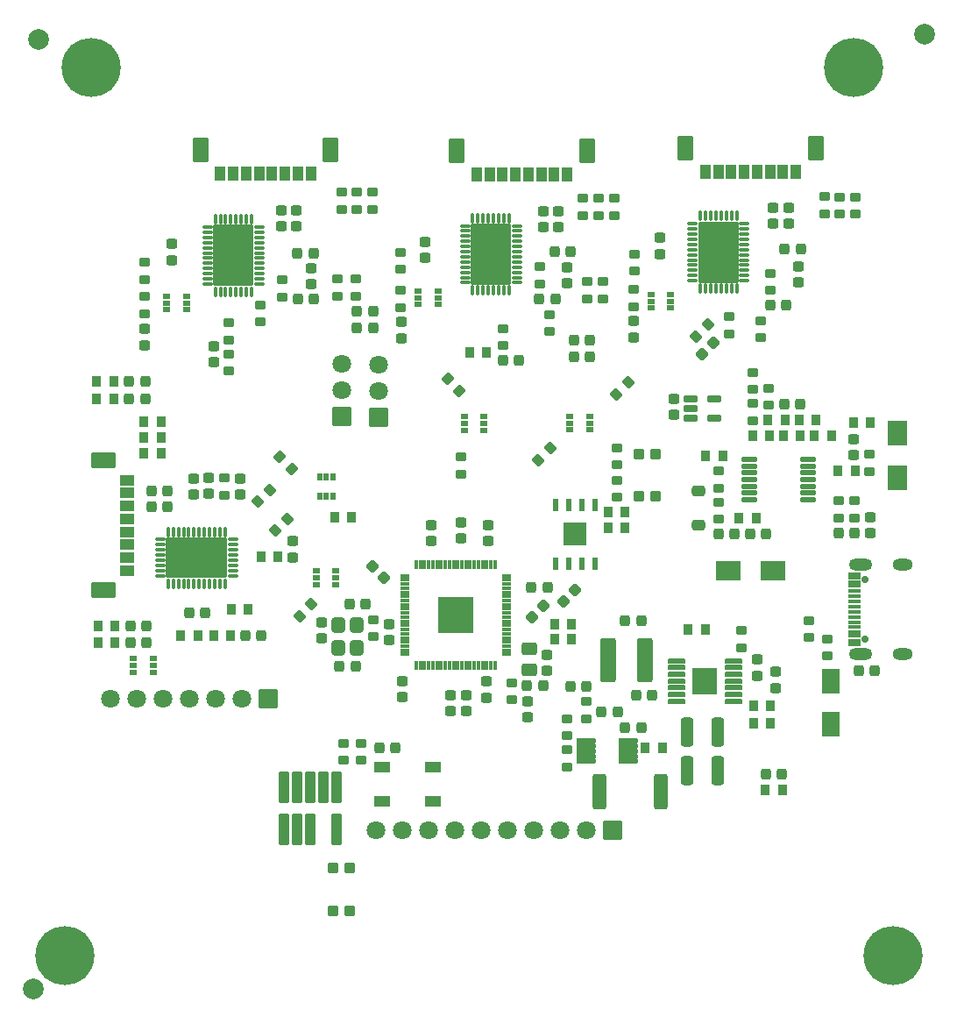
<source format=gts>
%TF.GenerationSoftware,KiCad,Pcbnew,9.0.1*%
%TF.CreationDate,2025-09-15T20:31:39-05:00*%
%TF.ProjectId,motor_board,6d6f746f-725f-4626-9f61-72642e6b6963,1.2*%
%TF.SameCoordinates,Original*%
%TF.FileFunction,Soldermask,Top*%
%TF.FilePolarity,Negative*%
%FSLAX46Y46*%
G04 Gerber Fmt 4.6, Leading zero omitted, Abs format (unit mm)*
G04 Created by KiCad (PCBNEW 9.0.1) date 2025-09-15 20:31:39*
%MOMM*%
%LPD*%
G01*
G04 APERTURE LIST*
G04 Aperture macros list*
%AMRoundRect*
0 Rectangle with rounded corners*
0 $1 Rounding radius*
0 $2 $3 $4 $5 $6 $7 $8 $9 X,Y pos of 4 corners*
0 Add a 4 corners polygon primitive as box body*
4,1,4,$2,$3,$4,$5,$6,$7,$8,$9,$2,$3,0*
0 Add four circle primitives for the rounded corners*
1,1,$1+$1,$2,$3*
1,1,$1+$1,$4,$5*
1,1,$1+$1,$6,$7*
1,1,$1+$1,$8,$9*
0 Add four rect primitives between the rounded corners*
20,1,$1+$1,$2,$3,$4,$5,0*
20,1,$1+$1,$4,$5,$6,$7,0*
20,1,$1+$1,$6,$7,$8,$9,0*
20,1,$1+$1,$8,$9,$2,$3,0*%
G04 Aperture macros list end*
%ADD10RoundRect,0.063500X0.800100X0.152400X-0.800100X0.152400X-0.800100X-0.152400X0.800100X-0.152400X0*%
%ADD11RoundRect,0.063500X1.155000X1.230000X-1.155000X1.230000X-1.155000X-1.230000X1.155000X-1.230000X0*%
%ADD12RoundRect,0.250400X0.250400X0.275400X-0.250400X0.275400X-0.250400X-0.275400X0.250400X-0.275400X0*%
%ADD13RoundRect,0.250400X-0.250400X-0.275400X0.250400X-0.275400X0.250400X0.275400X-0.250400X0.275400X0*%
%ADD14RoundRect,0.225400X0.300400X-0.225400X0.300400X0.225400X-0.300400X0.225400X-0.300400X-0.225400X0*%
%ADD15RoundRect,0.250400X0.275400X-0.250400X0.275400X0.250400X-0.275400X0.250400X-0.275400X-0.250400X0*%
%ADD16C,5.701600*%
%ADD17C,2.000000*%
%ADD18RoundRect,0.225400X0.225400X0.300400X-0.225400X0.300400X-0.225400X-0.300400X0.225400X-0.300400X0*%
%ADD19RoundRect,0.225400X-0.225400X-0.300400X0.225400X-0.300400X0.225400X0.300400X-0.225400X0.300400X0*%
%ADD20RoundRect,0.270735X0.392565X1.455065X-0.392565X1.455065X-0.392565X-1.455065X0.392565X-1.455065X0*%
%ADD21RoundRect,0.355555X0.445245X1.795245X-0.445245X1.795245X-0.445245X-1.795245X0.445245X-1.795245X0*%
%ADD22RoundRect,0.272087X-0.353713X-1.128713X0.353713X-1.128713X0.353713X1.128713X-0.353713X1.128713X0*%
%ADD23RoundRect,0.050800X0.889000X0.165100X-0.889000X0.165100X-0.889000X-0.165100X0.889000X-0.165100X0*%
%ADD24C,0.701600*%
%ADD25RoundRect,0.050800X0.575000X-0.300000X0.575000X0.300000X-0.575000X0.300000X-0.575000X-0.300000X0*%
%ADD26RoundRect,0.050800X0.575000X-0.150000X0.575000X0.150000X-0.575000X0.150000X-0.575000X-0.150000X0*%
%ADD27O,2.251600X1.151600*%
%ADD28O,1.951600X1.151600*%
%ADD29RoundRect,0.244150X0.244150X0.281650X-0.244150X0.281650X-0.244150X-0.281650X0.244150X-0.281650X0*%
%ADD30RoundRect,0.250400X0.371797X0.017678X0.017678X0.371797X-0.371797X-0.017678X-0.017678X-0.371797X0*%
%ADD31RoundRect,0.250400X-0.275400X0.250400X-0.275400X-0.250400X0.275400X-0.250400X0.275400X0.250400X0*%
%ADD32RoundRect,0.225400X-0.300400X0.225400X-0.300400X-0.225400X0.300400X-0.225400X0.300400X0.225400X0*%
%ADD33RoundRect,0.050800X-0.121236X-0.453033X0.121236X-0.453033X0.121236X0.453033X-0.121236X0.453033X0*%
%ADD34RoundRect,0.050800X-0.453033X0.121236X-0.453033X-0.121236X0.453033X-0.121236X0.453033X0.121236X0*%
%ADD35C,0.401600*%
%ADD36RoundRect,0.050800X-2.900000X1.900000X-2.900000X-1.900000X2.900000X-1.900000X2.900000X1.900000X0*%
%ADD37RoundRect,0.175400X-0.537900X-0.175400X0.537900X-0.175400X0.537900X0.175400X-0.537900X0.175400X0*%
%ADD38RoundRect,0.050800X0.300000X-0.200000X0.300000X0.200000X-0.300000X0.200000X-0.300000X-0.200000X0*%
%ADD39RoundRect,0.050800X-0.850000X0.850000X-0.850000X-0.850000X0.850000X-0.850000X0.850000X0.850000X0*%
%ADD40C,1.801600*%
%ADD41RoundRect,0.190740X0.676260X-1.016260X0.676260X1.016260X-0.676260X1.016260X-0.676260X-1.016260X0*%
%ADD42RoundRect,0.050800X0.121236X0.453033X-0.121236X0.453033X-0.121236X-0.453033X0.121236X-0.453033X0*%
%ADD43RoundRect,0.050800X1.900000X2.900000X-1.900000X2.900000X-1.900000X-2.900000X1.900000X-2.900000X0*%
%ADD44RoundRect,0.244150X0.281650X-0.244150X0.281650X0.244150X-0.281650X0.244150X-0.281650X-0.244150X0*%
%ADD45RoundRect,0.225400X-0.053033X0.371797X-0.371797X0.053033X0.053033X-0.371797X0.371797X-0.053033X0*%
%ADD46RoundRect,0.100160X-0.700640X-0.400640X0.700640X-0.400640X0.700640X0.400640X-0.700640X0.400640X0*%
%ADD47RoundRect,0.050800X-0.300000X0.200000X-0.300000X-0.200000X0.300000X-0.200000X0.300000X0.200000X0*%
%ADD48RoundRect,0.102000X-0.370000X-1.395000X0.370000X-1.395000X0.370000X1.395000X-0.370000X1.395000X0*%
%ADD49RoundRect,0.272087X-0.478713X0.353713X-0.478713X-0.353713X0.478713X-0.353713X0.478713X0.353713X0*%
%ADD50RoundRect,0.050800X0.450000X-0.450000X0.450000X0.450000X-0.450000X0.450000X-0.450000X-0.450000X0*%
%ADD51RoundRect,0.050800X-0.419100X-0.647700X0.419100X-0.647700X0.419100X0.647700X-0.419100X0.647700X0*%
%ADD52RoundRect,0.050800X-0.698500X-1.130300X0.698500X-1.130300X0.698500X1.130300X-0.698500X1.130300X0*%
%ADD53RoundRect,0.050800X-0.200000X-0.300000X0.200000X-0.300000X0.200000X0.300000X-0.200000X0.300000X0*%
%ADD54RoundRect,0.050800X0.850000X0.850000X-0.850000X0.850000X-0.850000X-0.850000X0.850000X-0.850000X0*%
%ADD55RoundRect,0.271166X-0.379634X0.479634X-0.379634X-0.479634X0.379634X-0.479634X0.379634X0.479634X0*%
%ADD56RoundRect,0.225400X0.053033X-0.371797X0.371797X-0.053033X-0.053033X0.371797X-0.371797X0.053033X0*%
%ADD57RoundRect,0.125400X0.662900X0.125400X-0.662900X0.125400X-0.662900X-0.125400X0.662900X-0.125400X0*%
%ADD58RoundRect,0.063500X-0.225000X0.525000X-0.225000X-0.525000X0.225000X-0.525000X0.225000X0.525000X0*%
%ADD59RoundRect,0.063500X-1.050000X-1.050000X1.050000X-1.050000X1.050000X1.050000X-1.050000X1.050000X0*%
%ADD60RoundRect,0.250400X0.017678X-0.371797X0.371797X-0.017678X-0.017678X0.371797X-0.371797X0.017678X0*%
%ADD61RoundRect,0.050800X-0.450000X0.450000X-0.450000X-0.450000X0.450000X-0.450000X0.450000X0.450000X0*%
%ADD62RoundRect,0.050800X-1.175000X0.850000X-1.175000X-0.850000X1.175000X-0.850000X1.175000X0.850000X0*%
%ADD63RoundRect,0.225400X0.371797X0.053033X0.053033X0.371797X-0.371797X-0.053033X-0.053033X-0.371797X0*%
%ADD64RoundRect,0.050800X-0.850000X-1.175000X0.850000X-1.175000X0.850000X1.175000X-0.850000X1.175000X0*%
%ADD65RoundRect,0.250400X-0.400400X0.250400X-0.400400X-0.250400X0.400400X-0.250400X0.400400X0.250400X0*%
%ADD66RoundRect,0.080400X-0.080400X-0.360400X0.080400X-0.360400X0.080400X0.360400X-0.080400X0.360400X0*%
%ADD67RoundRect,0.080400X-0.360400X0.080400X-0.360400X-0.080400X0.360400X-0.080400X0.360400X0.080400X0*%
%ADD68RoundRect,0.050800X-0.566666X0.566666X-0.566666X-0.566666X0.566666X-0.566666X0.566666X0.566666X0*%
%ADD69RoundRect,0.050800X0.647700X-0.419100X0.647700X0.419100X-0.647700X0.419100X-0.647700X-0.419100X0*%
%ADD70RoundRect,0.050800X1.130300X-0.698500X1.130300X0.698500X-1.130300X0.698500X-1.130300X-0.698500X0*%
%ADD71RoundRect,0.250400X-0.017678X0.371797X-0.371797X0.017678X0.017678X-0.371797X0.371797X-0.017678X0*%
%ADD72RoundRect,0.050800X0.850000X-0.850000X0.850000X0.850000X-0.850000X0.850000X-0.850000X-0.850000X0*%
G04 APERTURE END LIST*
D10*
X168004604Y-118740034D03*
X168004604Y-118090021D03*
X168004604Y-117440012D03*
X168004604Y-116790000D03*
X168004604Y-116139988D03*
X168004604Y-115489979D03*
X168004604Y-114839966D03*
X162467404Y-114839966D03*
X162467404Y-115489979D03*
X162467404Y-116139988D03*
X162467404Y-116790000D03*
X162467404Y-117440012D03*
X162467404Y-118090021D03*
X162467404Y-118740034D03*
D11*
X165236004Y-116790000D03*
D12*
X159069100Y-110973900D03*
X157519100Y-110973900D03*
D13*
X152225000Y-117300000D03*
X153775000Y-117300000D03*
X158603600Y-118152400D03*
X160153600Y-118152400D03*
D14*
X168776600Y-113579900D03*
X168776600Y-111929900D03*
D15*
X170237100Y-116260400D03*
X170237100Y-114710400D03*
D16*
X105946000Y-57564100D03*
X103426000Y-143294000D03*
X183426100Y-143294100D03*
X179606000Y-57564000D03*
D17*
X100330000Y-146558000D03*
D13*
X180100000Y-115800000D03*
X181650000Y-115800000D03*
D18*
X171570100Y-119168400D03*
X169920100Y-119168400D03*
D15*
X172015100Y-117466900D03*
X172015100Y-115916900D03*
D19*
X163619100Y-111773900D03*
X165269100Y-111773900D03*
X169920100Y-120882900D03*
X171570100Y-120882900D03*
D20*
X160962500Y-127500000D03*
X155037500Y-127500000D03*
D21*
X159464100Y-114786900D03*
X155864100Y-114786900D03*
D22*
X163507004Y-121743000D03*
X166457004Y-121743000D03*
X163507004Y-125454900D03*
X166457004Y-125454900D03*
D18*
X161119100Y-123223900D03*
X159469100Y-123223900D03*
D23*
X157838800Y-124549901D03*
X157838800Y-124049899D03*
X157838800Y-123549900D03*
X157838800Y-123049901D03*
X157838800Y-122549899D03*
X153749400Y-122549899D03*
X153749400Y-123049901D03*
X153749400Y-123549900D03*
X153749400Y-124049899D03*
X153749400Y-124549901D03*
D13*
X157519100Y-121323900D03*
X159069100Y-121323900D03*
D24*
X180735000Y-112735000D03*
X180735000Y-106965000D03*
D25*
X179660000Y-113050000D03*
X179660000Y-112250000D03*
D26*
X179660000Y-111100000D03*
X179660000Y-110100000D03*
X179660000Y-109600000D03*
X179660000Y-108600000D03*
D25*
X179660000Y-107450000D03*
X179660000Y-106650000D03*
D26*
X179660000Y-108100000D03*
X179660000Y-109100000D03*
X179660000Y-110600000D03*
X179660000Y-111600000D03*
D27*
X180235000Y-114170000D03*
D28*
X184375000Y-114170000D03*
D27*
X180235000Y-105530000D03*
D28*
X184375000Y-105530000D03*
D29*
X154147500Y-83840000D03*
X152572500Y-83840000D03*
D30*
X134217108Y-106846908D03*
X133121092Y-105750892D03*
D13*
X125897132Y-79926933D03*
X127447132Y-79926933D03*
D31*
X140650000Y-118175000D03*
X140650000Y-119725000D03*
D15*
X115823592Y-98815914D03*
X115823592Y-97265914D03*
D14*
X158400000Y-77225000D03*
X158400000Y-75575000D03*
D13*
X125847132Y-75451933D03*
X127397132Y-75451933D03*
D32*
X122300000Y-80475000D03*
X122300000Y-82125000D03*
D19*
X150719100Y-112773900D03*
X152369100Y-112773900D03*
D18*
X181219100Y-91873900D03*
X179569100Y-91873900D03*
D32*
X124397132Y-78051933D03*
X124397132Y-79701933D03*
D17*
X186436000Y-54356000D03*
D31*
X160847132Y-74001933D03*
X160847132Y-75551933D03*
D15*
X141694100Y-102998900D03*
X141694100Y-101448900D03*
D18*
X116225000Y-112400000D03*
X114575000Y-112400000D03*
D33*
X118866637Y-102380330D03*
X118366638Y-102380330D03*
X117866636Y-102380330D03*
X117366637Y-102380330D03*
X116866638Y-102380330D03*
X116366637Y-102380330D03*
X115866637Y-102380330D03*
X115366636Y-102380330D03*
X114866637Y-102380330D03*
X114366638Y-102380330D03*
X113866636Y-102380330D03*
X113366637Y-102380330D03*
D34*
X112613604Y-103133364D03*
X112613604Y-103633363D03*
X112613604Y-104133362D03*
X112613604Y-104633363D03*
X112613604Y-105133363D03*
X112613604Y-105633364D03*
X112613604Y-106133363D03*
X112613604Y-106633362D03*
D33*
X113366637Y-107386396D03*
X113866636Y-107386396D03*
X114366638Y-107386396D03*
X114866637Y-107386396D03*
X115366636Y-107386396D03*
X115866637Y-107386396D03*
X116366637Y-107386396D03*
X116866638Y-107386396D03*
X117366637Y-107386396D03*
X117866636Y-107386396D03*
X118366638Y-107386396D03*
X118866637Y-107386396D03*
D34*
X119619670Y-106633362D03*
X119619670Y-106133363D03*
X119619670Y-105633364D03*
X119619670Y-105133363D03*
X119619670Y-104633363D03*
X119619670Y-104133362D03*
X119619670Y-103633363D03*
X119619670Y-103133364D03*
D35*
X117366637Y-103383363D03*
X116116637Y-103383363D03*
X114866637Y-103383363D03*
X118616637Y-104383363D03*
X117366637Y-104383363D03*
X116116637Y-104383363D03*
X114866637Y-104383363D03*
X113616637Y-104383363D03*
D36*
X116116637Y-104883363D03*
D35*
X118616637Y-105383363D03*
X117366637Y-105383363D03*
X116116637Y-105383363D03*
X114866637Y-105383363D03*
X113616637Y-105383363D03*
X117366637Y-106383363D03*
X116116637Y-106383363D03*
X114866637Y-106383363D03*
D14*
X166594100Y-98148900D03*
X166594100Y-96498900D03*
D13*
X111773592Y-98465914D03*
X113323592Y-98465914D03*
D37*
X163862500Y-89550000D03*
X163862500Y-90500000D03*
X163862500Y-91450000D03*
X166137500Y-91450000D03*
X166137500Y-89550000D03*
D32*
X119222132Y-85201933D03*
X119222132Y-86851933D03*
D19*
X150719100Y-111273900D03*
X152369100Y-111273900D03*
D38*
X110020000Y-114650000D03*
X110020000Y-115300000D03*
X110020000Y-115950000D03*
X111920000Y-115950000D03*
X111920000Y-115300000D03*
X111920000Y-114650000D03*
D15*
X125438605Y-104836395D03*
X125438605Y-103286395D03*
D19*
X117775000Y-112400000D03*
X119425000Y-112400000D03*
X106475000Y-87860000D03*
X108125000Y-87860000D03*
D18*
X170169100Y-101073900D03*
X168519100Y-101073900D03*
X112688605Y-93261395D03*
X111038605Y-93261395D03*
D14*
X177032000Y-114387000D03*
X177032000Y-112737000D03*
D31*
X125757132Y-71301933D03*
X125757132Y-72851933D03*
D39*
X122996637Y-118483363D03*
D40*
X120456637Y-118483363D03*
X117916637Y-118483363D03*
X115376637Y-118483363D03*
X112836637Y-118483363D03*
X110296637Y-118483363D03*
X107756637Y-118483363D03*
D14*
X176797132Y-71676933D03*
X176797132Y-70026933D03*
D19*
X169819100Y-93073900D03*
X171469100Y-93073900D03*
D32*
X170600000Y-81975000D03*
X170600000Y-83625000D03*
D19*
X172819100Y-93073900D03*
X174469100Y-93073900D03*
D41*
X177400000Y-116850000D03*
X177400000Y-120950000D03*
D31*
X113747132Y-74601933D03*
X113747132Y-76151933D03*
D12*
X132444100Y-109323900D03*
X130894100Y-109323900D03*
D32*
X156710000Y-94275000D03*
X156710000Y-95925000D03*
D34*
X147050165Y-78326933D03*
X147050165Y-77826934D03*
X147050165Y-77326932D03*
X147050165Y-76826933D03*
X147050165Y-76326934D03*
X147050165Y-75826933D03*
X147050165Y-75326933D03*
X147050165Y-74826932D03*
X147050165Y-74326933D03*
X147050165Y-73826934D03*
X147050165Y-73326932D03*
X147050165Y-72826933D03*
D42*
X146297131Y-72073900D03*
X145797132Y-72073900D03*
X145297133Y-72073900D03*
X144797132Y-72073900D03*
X144297132Y-72073900D03*
X143797131Y-72073900D03*
X143297132Y-72073900D03*
X142797133Y-72073900D03*
D34*
X142044099Y-72826933D03*
X142044099Y-73326932D03*
X142044099Y-73826934D03*
X142044099Y-74326933D03*
X142044099Y-74826932D03*
X142044099Y-75326933D03*
X142044099Y-75826933D03*
X142044099Y-76326934D03*
X142044099Y-76826933D03*
X142044099Y-77326932D03*
X142044099Y-77826934D03*
X142044099Y-78326933D03*
D42*
X142797133Y-79079966D03*
X143297132Y-79079966D03*
X143797131Y-79079966D03*
X144297132Y-79079966D03*
X144797132Y-79079966D03*
X145297133Y-79079966D03*
X145797132Y-79079966D03*
X146297131Y-79079966D03*
D35*
X146047132Y-76826933D03*
X146047132Y-75576933D03*
X146047132Y-74326933D03*
X145047132Y-78076933D03*
X145047132Y-76826933D03*
X145047132Y-75576933D03*
X145047132Y-74326933D03*
X145047132Y-73076933D03*
D43*
X144547132Y-75576933D03*
D35*
X144047132Y-78076933D03*
X144047132Y-76826933D03*
X144047132Y-75576933D03*
X144047132Y-74326933D03*
X144047132Y-73076933D03*
X143047132Y-76826933D03*
X143047132Y-75576933D03*
X143047132Y-74326933D03*
D32*
X158300000Y-78975000D03*
X158300000Y-80625000D03*
D31*
X173322132Y-71051933D03*
X173322132Y-72601933D03*
X128200000Y-111125000D03*
X128200000Y-112675000D03*
D19*
X175819100Y-93073900D03*
X177469100Y-93073900D03*
D12*
X174419100Y-90073900D03*
X172869100Y-90073900D03*
D18*
X157519100Y-100473900D03*
X155869100Y-100473900D03*
D15*
X144294100Y-103248900D03*
X144294100Y-101698900D03*
D13*
X111773592Y-99965914D03*
X113323592Y-99965914D03*
D15*
X138794100Y-103248900D03*
X138794100Y-101698900D03*
D32*
X169844100Y-89998900D03*
X169844100Y-91648900D03*
D29*
X111185000Y-89510000D03*
X109610000Y-89510000D03*
D32*
X178112850Y-99398900D03*
X178112850Y-101048900D03*
D19*
X122338605Y-104786395D03*
X123988605Y-104786395D03*
D44*
X111100000Y-84387500D03*
X111100000Y-82812500D03*
D31*
X135994100Y-116798900D03*
X135994100Y-118348900D03*
D12*
X131469100Y-115373900D03*
X129919100Y-115373900D03*
D14*
X130122132Y-71251933D03*
X130122132Y-69601933D03*
D18*
X121090000Y-109870000D03*
X119440000Y-109870000D03*
D12*
X171119100Y-102573900D03*
X169569100Y-102573900D03*
D31*
X134750000Y-111298900D03*
X134750000Y-112848900D03*
D19*
X106590000Y-113070000D03*
X108240000Y-113070000D03*
D32*
X119222132Y-82201933D03*
X119222132Y-83851933D03*
D45*
X165530495Y-82368570D03*
X164363769Y-83535296D03*
D46*
X134044100Y-125123900D03*
X134044100Y-128423900D03*
X138944100Y-128423900D03*
X138944100Y-125123900D03*
D13*
X166569100Y-102573900D03*
X168119100Y-102573900D03*
D31*
X179619100Y-93448900D03*
X179619100Y-94998900D03*
D18*
X131090000Y-100970000D03*
X129440000Y-100970000D03*
D13*
X150719100Y-75323900D03*
X152269100Y-75323900D03*
D47*
X139450000Y-80430000D03*
X139450000Y-79780000D03*
X139450000Y-79130000D03*
X137550000Y-79130000D03*
X137550000Y-79780000D03*
X137550000Y-80430000D03*
D44*
X135900000Y-83687500D03*
X135900000Y-82112500D03*
D13*
X149219100Y-79873900D03*
X150769100Y-79873900D03*
D18*
X112698592Y-94765914D03*
X111048592Y-94765914D03*
D13*
X172922132Y-75076933D03*
X174472132Y-75076933D03*
D32*
X181119100Y-94898900D03*
X181119100Y-96548900D03*
D31*
X162200000Y-89550000D03*
X162200000Y-91100000D03*
D14*
X175300000Y-112600000D03*
X175300000Y-110950000D03*
D48*
X124547500Y-131141400D03*
X124547500Y-127071400D03*
X125817500Y-131141400D03*
X125817500Y-127071400D03*
X127087500Y-131141400D03*
X127087500Y-127071400D03*
X128357500Y-127071400D03*
X129627500Y-131141400D03*
X129627500Y-127071400D03*
D49*
X148294100Y-113648900D03*
X148294100Y-115698900D03*
D14*
X146594100Y-118598900D03*
X146594100Y-116948900D03*
D32*
X149244100Y-76798900D03*
X149244100Y-78448900D03*
X153820000Y-78210000D03*
X153820000Y-79860000D03*
D29*
X111285000Y-113080000D03*
X109710000Y-113080000D03*
D50*
X158844100Y-94873900D03*
X158844100Y-98973900D03*
X160444100Y-94873900D03*
X160444100Y-98973900D03*
D51*
X151919100Y-67868100D03*
X150669100Y-67868100D03*
X149419100Y-67868100D03*
X148169100Y-67868100D03*
X146919100Y-67868100D03*
X145669100Y-67868100D03*
X144419100Y-67868100D03*
X143169100Y-67868100D03*
D52*
X141269099Y-65573210D03*
X153819101Y-65573210D03*
D13*
X171522132Y-80476933D03*
X173072132Y-80476933D03*
D29*
X133165000Y-82690000D03*
X131590000Y-82690000D03*
D14*
X154919100Y-71848900D03*
X154919100Y-70198900D03*
X118800000Y-98825000D03*
X118800000Y-97175000D03*
D18*
X144119100Y-85073900D03*
X142469100Y-85073900D03*
D14*
X131622132Y-71251933D03*
X131622132Y-69601933D03*
X179644100Y-101048900D03*
X179644100Y-99398900D03*
D13*
X148044100Y-117273900D03*
X149594100Y-117273900D03*
D18*
X179719100Y-96473900D03*
X178069100Y-96473900D03*
D12*
X179669100Y-102473900D03*
X178119100Y-102473900D03*
D17*
X100838000Y-54864000D03*
D18*
X112688605Y-91761395D03*
X111038605Y-91761395D03*
D19*
X174319100Y-91573900D03*
X175969100Y-91573900D03*
D31*
X148069100Y-118723900D03*
X148069100Y-120273900D03*
D14*
X133097132Y-71251933D03*
X133097132Y-69601933D03*
X132044100Y-124436400D03*
X132044100Y-122786400D03*
D32*
X156710000Y-97390000D03*
X156710000Y-99040000D03*
D14*
X135800000Y-77025000D03*
X135800000Y-75375000D03*
D31*
X124297132Y-71301933D03*
X124297132Y-72851933D03*
D32*
X171547132Y-77401933D03*
X171547132Y-79051933D03*
D53*
X129300000Y-97080000D03*
X128650000Y-97080000D03*
X128000000Y-97080000D03*
X128000000Y-98980000D03*
X128650000Y-98980000D03*
X129300000Y-98980000D03*
D32*
X153800000Y-118775000D03*
X153800000Y-120425000D03*
D19*
X106590000Y-111470000D03*
X108240000Y-111470000D03*
D54*
X133700000Y-91290000D03*
D40*
X133700000Y-88750000D03*
X133700000Y-86210000D03*
D31*
X171822132Y-71051933D03*
X171822132Y-72601933D03*
D47*
X161900000Y-80760000D03*
X161900000Y-80110000D03*
X161900000Y-79460000D03*
X160000000Y-79460000D03*
X160000000Y-80110000D03*
X160000000Y-80760000D03*
D19*
X171075000Y-127300000D03*
X172725000Y-127300000D03*
D47*
X154080000Y-92550000D03*
X154080000Y-91900000D03*
X154080000Y-91250000D03*
X152180000Y-91250000D03*
X152180000Y-91900000D03*
X152180000Y-92550000D03*
D32*
X169844100Y-86998900D03*
X169844100Y-88648900D03*
D18*
X166969100Y-95023900D03*
X165319100Y-95023900D03*
D47*
X115120000Y-80940000D03*
X115120000Y-80290000D03*
X115120000Y-79640000D03*
X113220000Y-79640000D03*
X113220000Y-80290000D03*
X113220000Y-80940000D03*
D12*
X150019100Y-107723900D03*
X148469100Y-107723900D03*
D55*
X129844100Y-111373900D03*
X129844100Y-113573900D03*
X131544100Y-113573900D03*
X131544100Y-111373900D03*
D29*
X133165000Y-81050000D03*
X131590000Y-81050000D03*
D32*
X150200000Y-81400000D03*
X150200000Y-83050000D03*
D38*
X127690000Y-106180000D03*
X127690000Y-106830000D03*
X127690000Y-107480000D03*
X129590000Y-107480000D03*
X129590000Y-106830000D03*
X129590000Y-106180000D03*
D31*
X127197132Y-76926933D03*
X127197132Y-78476933D03*
D56*
X156683274Y-89086726D03*
X157850000Y-87920000D03*
D57*
X175206600Y-99273900D03*
X175206600Y-98623900D03*
X175206600Y-97973900D03*
X175206600Y-97323900D03*
X175206600Y-96673900D03*
X175206600Y-96023900D03*
X175206600Y-95373900D03*
X169481600Y-95373900D03*
X169481600Y-96023900D03*
X169481600Y-96673900D03*
X169481600Y-97323900D03*
X169481600Y-97973900D03*
X169481600Y-98623900D03*
X169481600Y-99273900D03*
D31*
X142150000Y-118175000D03*
X142150000Y-119725000D03*
D58*
X154599100Y-99773900D03*
X153329100Y-99773900D03*
X152059100Y-99773900D03*
X150789100Y-99773900D03*
X150789100Y-105473900D03*
X152059100Y-105473900D03*
X153329100Y-105473900D03*
X154599100Y-105473900D03*
D59*
X152694100Y-102623900D03*
D13*
X133794100Y-123273900D03*
X135344100Y-123273900D03*
D14*
X133194100Y-112498900D03*
X133194100Y-110848900D03*
D31*
X117747132Y-84476933D03*
X117747132Y-86026933D03*
D51*
X174022132Y-67651933D03*
X172772132Y-67651933D03*
X171522132Y-67651933D03*
X170272132Y-67651933D03*
X169022132Y-67651933D03*
X167772132Y-67651933D03*
X166522132Y-67651933D03*
X165272132Y-67651933D03*
D52*
X163372131Y-65357043D03*
X175922133Y-65357043D03*
D34*
X169050165Y-78126933D03*
X169050165Y-77626934D03*
X169050165Y-77126932D03*
X169050165Y-76626933D03*
X169050165Y-76126934D03*
X169050165Y-75626933D03*
X169050165Y-75126933D03*
X169050165Y-74626932D03*
X169050165Y-74126933D03*
X169050165Y-73626934D03*
X169050165Y-73126932D03*
X169050165Y-72626933D03*
D42*
X168297131Y-71873900D03*
X167797132Y-71873900D03*
X167297133Y-71873900D03*
X166797132Y-71873900D03*
X166297132Y-71873900D03*
X165797131Y-71873900D03*
X165297132Y-71873900D03*
X164797133Y-71873900D03*
D34*
X164044099Y-72626933D03*
X164044099Y-73126932D03*
X164044099Y-73626934D03*
X164044099Y-74126933D03*
X164044099Y-74626932D03*
X164044099Y-75126933D03*
X164044099Y-75626933D03*
X164044099Y-76126934D03*
X164044099Y-76626933D03*
X164044099Y-77126932D03*
X164044099Y-77626934D03*
X164044099Y-78126933D03*
D42*
X164797133Y-78879966D03*
X165297132Y-78879966D03*
X165797131Y-78879966D03*
X166297132Y-78879966D03*
X166797132Y-78879966D03*
X167297133Y-78879966D03*
X167797132Y-78879966D03*
X168297131Y-78879966D03*
D35*
X168047132Y-76626933D03*
X168047132Y-75376933D03*
X168047132Y-74126933D03*
X167047132Y-77876933D03*
X167047132Y-76626933D03*
X167047132Y-75376933D03*
X167047132Y-74126933D03*
X167047132Y-72876933D03*
D43*
X166547132Y-75376933D03*
D35*
X166047132Y-77876933D03*
X166047132Y-76626933D03*
X166047132Y-75376933D03*
X166047132Y-74126933D03*
X166047132Y-72876933D03*
X165047132Y-76626933D03*
X165047132Y-75376933D03*
X165047132Y-74126933D03*
D60*
X148546092Y-110596908D03*
X149642108Y-109500892D03*
D32*
X155360000Y-78210000D03*
X155360000Y-79860000D03*
D61*
X130940425Y-138957500D03*
X130940425Y-134857500D03*
X129340425Y-138957500D03*
X129340425Y-134857500D03*
D62*
X171824861Y-106160000D03*
X167524861Y-106160000D03*
D29*
X156800000Y-119800000D03*
X155225000Y-119800000D03*
D63*
X125330000Y-96300000D03*
X124163274Y-95133274D03*
D47*
X143860000Y-92570000D03*
X143860000Y-91920000D03*
X143860000Y-91270000D03*
X141960000Y-91270000D03*
X141960000Y-91920000D03*
X141960000Y-92570000D03*
D19*
X106470000Y-89510000D03*
X108120000Y-89510000D03*
D14*
X111100000Y-78025000D03*
X111100000Y-76375000D03*
X179747132Y-71701933D03*
X179747132Y-70051933D03*
D13*
X115388605Y-110186395D03*
X116938605Y-110186395D03*
D64*
X183844100Y-92873900D03*
X183844100Y-97173900D03*
D13*
X145719100Y-85823900D03*
X147269100Y-85823900D03*
D32*
X131530000Y-77980000D03*
X131530000Y-79630000D03*
D31*
X149994100Y-114248900D03*
X149994100Y-115798900D03*
D63*
X141533363Y-88743363D03*
X140366637Y-87576637D03*
D19*
X171319100Y-91573900D03*
X172969100Y-91573900D03*
D29*
X111175000Y-87860000D03*
X109600000Y-87860000D03*
D31*
X151894100Y-76848900D03*
X151894100Y-78398900D03*
D14*
X141670000Y-96825000D03*
X141670000Y-95175000D03*
D29*
X172662500Y-125773900D03*
X171087500Y-125773900D03*
D54*
X130150000Y-91280000D03*
D40*
X130150000Y-88740000D03*
X130150000Y-86200000D03*
D31*
X181169100Y-100948900D03*
X181169100Y-102498900D03*
X138194100Y-74398900D03*
X138194100Y-75948900D03*
D34*
X122175165Y-78451933D03*
X122175165Y-77951934D03*
X122175165Y-77451932D03*
X122175165Y-76951933D03*
X122175165Y-76451934D03*
X122175165Y-75951933D03*
X122175165Y-75451933D03*
X122175165Y-74951932D03*
X122175165Y-74451933D03*
X122175165Y-73951934D03*
X122175165Y-73451932D03*
X122175165Y-72951933D03*
D42*
X121422131Y-72198900D03*
X120922132Y-72198900D03*
X120422133Y-72198900D03*
X119922132Y-72198900D03*
X119422132Y-72198900D03*
X118922131Y-72198900D03*
X118422132Y-72198900D03*
X117922133Y-72198900D03*
D34*
X117169099Y-72951933D03*
X117169099Y-73451932D03*
X117169099Y-73951934D03*
X117169099Y-74451933D03*
X117169099Y-74951932D03*
X117169099Y-75451933D03*
X117169099Y-75951933D03*
X117169099Y-76451934D03*
X117169099Y-76951933D03*
X117169099Y-77451932D03*
X117169099Y-77951934D03*
X117169099Y-78451933D03*
D42*
X117922133Y-79204966D03*
X118422132Y-79204966D03*
X118922131Y-79204966D03*
X119422132Y-79204966D03*
X119922132Y-79204966D03*
X120422133Y-79204966D03*
X120922132Y-79204966D03*
X121422131Y-79204966D03*
D35*
X121172132Y-76951933D03*
X121172132Y-75701933D03*
X121172132Y-74451933D03*
X120172132Y-78201933D03*
X120172132Y-76951933D03*
X120172132Y-75701933D03*
X120172132Y-74451933D03*
X120172132Y-73201933D03*
D43*
X119672132Y-75701933D03*
D35*
X119172132Y-78201933D03*
X119172132Y-76951933D03*
X119172132Y-75701933D03*
X119172132Y-74451933D03*
X119172132Y-73201933D03*
X118172132Y-76951933D03*
X118172132Y-75701933D03*
X118172132Y-74451933D03*
D44*
X158300000Y-83587500D03*
X158300000Y-82012500D03*
D31*
X174297132Y-76751933D03*
X174297132Y-78301933D03*
D32*
X167597132Y-81601933D03*
X167597132Y-83251933D03*
X166594100Y-99498900D03*
X166594100Y-101148900D03*
X171344100Y-88498900D03*
X171344100Y-90148900D03*
D14*
X178272132Y-71701933D03*
X178272132Y-70051933D03*
X153394100Y-71848900D03*
X153394100Y-70198900D03*
D31*
X144144100Y-116848900D03*
X144144100Y-118398900D03*
D15*
X117300000Y-98675000D03*
X117300000Y-97125000D03*
D32*
X135800000Y-79075000D03*
X135800000Y-80725000D03*
X129690000Y-77980000D03*
X129690000Y-79630000D03*
X151894100Y-123448900D03*
X151894100Y-125098900D03*
D19*
X155869100Y-101973900D03*
X157519100Y-101973900D03*
D32*
X111100000Y-79675000D03*
X111100000Y-81325000D03*
D65*
X164644100Y-98473900D03*
X164644100Y-101773900D03*
D31*
X149584100Y-71398900D03*
X149584100Y-72948900D03*
D56*
X126056637Y-110553363D03*
X127223363Y-109386637D03*
D15*
X120300000Y-98775000D03*
X120300000Y-97225000D03*
D29*
X154142500Y-85470000D03*
X152567500Y-85470000D03*
D66*
X144944100Y-105527400D03*
X144544100Y-105527400D03*
X144144100Y-105527400D03*
X143744100Y-105527400D03*
X143344100Y-105527400D03*
X142944100Y-105527400D03*
X142544100Y-105527400D03*
X142144100Y-105527400D03*
X141744100Y-105527400D03*
X141344100Y-105527400D03*
X140944100Y-105527400D03*
X140544100Y-105527400D03*
X140144100Y-105527400D03*
X139744100Y-105527400D03*
X139344100Y-105527400D03*
X138944100Y-105527400D03*
X138544100Y-105527400D03*
X138144100Y-105527400D03*
X137744100Y-105527400D03*
X137344100Y-105527400D03*
D67*
X136247600Y-106623900D03*
X136247600Y-107023900D03*
X136247600Y-107423900D03*
X136247600Y-107823900D03*
X136247600Y-108223900D03*
X136247600Y-108623900D03*
X136247600Y-109023900D03*
X136247600Y-109423900D03*
X136247600Y-109823900D03*
X136247600Y-110223900D03*
X136247600Y-110623900D03*
X136247600Y-111023900D03*
X136247600Y-111423900D03*
X136247600Y-111823900D03*
X136247600Y-112223900D03*
X136247600Y-112623900D03*
X136247600Y-113023900D03*
X136247600Y-113423900D03*
X136247600Y-113823900D03*
X136247600Y-114223900D03*
D66*
X137344100Y-115320400D03*
X137744100Y-115320400D03*
X138144100Y-115320400D03*
X138544100Y-115320400D03*
X138944100Y-115320400D03*
X139344100Y-115320400D03*
X139744100Y-115320400D03*
X140144100Y-115320400D03*
X140544100Y-115320400D03*
X140944100Y-115320400D03*
X141344100Y-115320400D03*
X141744100Y-115320400D03*
X142144100Y-115320400D03*
X142544100Y-115320400D03*
X142944100Y-115320400D03*
X143344100Y-115320400D03*
X143744100Y-115320400D03*
X144144100Y-115320400D03*
X144544100Y-115320400D03*
X144944100Y-115320400D03*
D67*
X146040600Y-114223900D03*
X146040600Y-113823900D03*
X146040600Y-113423900D03*
X146040600Y-113023900D03*
X146040600Y-112623900D03*
X146040600Y-112223900D03*
X146040600Y-111823900D03*
X146040600Y-111423900D03*
X146040600Y-111023900D03*
X146040600Y-110623900D03*
X146040600Y-110223900D03*
X146040600Y-109823900D03*
X146040600Y-109423900D03*
X146040600Y-109023900D03*
X146040600Y-108623900D03*
X146040600Y-108223900D03*
X146040600Y-107823900D03*
X146040600Y-107423900D03*
X146040600Y-107023900D03*
X146040600Y-106623900D03*
D24*
X142277433Y-109290567D03*
D68*
X142277433Y-109290567D03*
D24*
X141144100Y-109290567D03*
D68*
X141144100Y-109290567D03*
D24*
X140010767Y-109290567D03*
D68*
X140010767Y-109290567D03*
D24*
X142277433Y-110423900D03*
D68*
X142277433Y-110423900D03*
D24*
X141144100Y-110423900D03*
D68*
X141144100Y-110423900D03*
D24*
X140010767Y-110423900D03*
D68*
X140010767Y-110423900D03*
D24*
X142277433Y-111557233D03*
D68*
X142277433Y-111557233D03*
D24*
X141144100Y-111557233D03*
D68*
X141144100Y-111557233D03*
D24*
X140010767Y-111557233D03*
D68*
X140010767Y-111557233D03*
D32*
X145744100Y-82748900D03*
X145744100Y-84398900D03*
D56*
X122016637Y-99483363D03*
X123183363Y-98316637D03*
D69*
X109373592Y-97390914D03*
X109373592Y-98640914D03*
X109373592Y-99890914D03*
X109373592Y-101140914D03*
X109373592Y-102390914D03*
X109373592Y-103640914D03*
X109373592Y-104890914D03*
X109373592Y-106140914D03*
D70*
X107078702Y-108040915D03*
X107078702Y-95490913D03*
D56*
X123716637Y-102283363D03*
X124883363Y-101116637D03*
D71*
X152692108Y-107975892D03*
X151596092Y-109071908D03*
D51*
X127147132Y-67796133D03*
X125897132Y-67796133D03*
X124647132Y-67796133D03*
X123397132Y-67796133D03*
X122147132Y-67796133D03*
X120897132Y-67796133D03*
X119647132Y-67796133D03*
X118397132Y-67796133D03*
D52*
X116497131Y-65501243D03*
X129047133Y-65501243D03*
D56*
X149143274Y-95456726D03*
X150310000Y-94290000D03*
D31*
X151094100Y-71398900D03*
X151094100Y-72948900D03*
D29*
X111285000Y-111470000D03*
X109710000Y-111470000D03*
D14*
X130294100Y-124436400D03*
X130294100Y-122786400D03*
X151894100Y-122098900D03*
X151894100Y-120448900D03*
X156444100Y-71848900D03*
X156444100Y-70198900D03*
D29*
X122387500Y-112400000D03*
X120812500Y-112400000D03*
D71*
X166020140Y-84103925D03*
X164924124Y-85199941D03*
D72*
X156282000Y-131200000D03*
D40*
X153742000Y-131200000D03*
X151202000Y-131200000D03*
X148662000Y-131200000D03*
X146122000Y-131200000D03*
X143582000Y-131200000D03*
X141042000Y-131200000D03*
X138502000Y-131200000D03*
X135962000Y-131200000D03*
X133422000Y-131200000D03*
M02*

</source>
